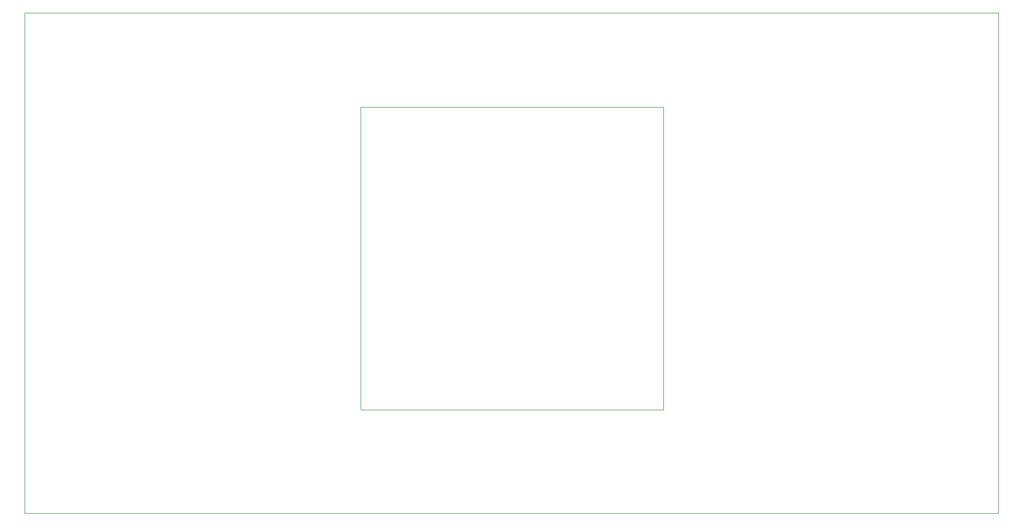
<source format=gbr>
%TF.GenerationSoftware,KiCad,Pcbnew,(6.0.6-0)*%
%TF.CreationDate,2022-08-02T12:10:40+02:00*%
%TF.ProjectId,GlowSignMainPCB,476c6f77-5369-4676-9e4d-61696e504342,rev?*%
%TF.SameCoordinates,Original*%
%TF.FileFunction,Profile,NP*%
%FSLAX46Y46*%
G04 Gerber Fmt 4.6, Leading zero omitted, Abs format (unit mm)*
G04 Created by KiCad (PCBNEW (6.0.6-0)) date 2022-08-02 12:10:40*
%MOMM*%
%LPD*%
G01*
G04 APERTURE LIST*
%TA.AperFunction,Profile*%
%ADD10C,0.100000*%
%TD*%
G04 APERTURE END LIST*
D10*
X72898000Y-60858400D02*
X233832400Y-60858400D01*
X233832400Y-60858400D02*
X233832400Y-143560800D01*
X233832400Y-143560800D02*
X72898000Y-143560800D01*
X72898000Y-143560800D02*
X72898000Y-60858400D01*
X128460400Y-76454000D02*
X178460400Y-76454000D01*
X178460400Y-76454000D02*
X178460400Y-126454000D01*
X178460400Y-126454000D02*
X128460400Y-126454000D01*
X128460400Y-126454000D02*
X128460400Y-76454000D01*
M02*

</source>
